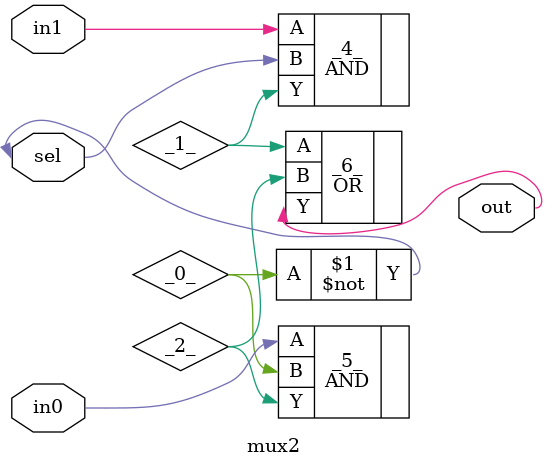
<source format=v>
/* Generated by Yosys 0.41+83 (git sha1 7045cf509, x86_64-w64-mingw32-g++ 13.2.1 -Os) */

/* cells_not_processed =  1  */
/* src = "mux2.v:2.1-7.10" */
module mux2(in0, in1, sel, out);
  wire _0_;
  wire _1_;
  wire _2_;
  /* src = "mux2.v:2.20-2.23" */
  input in0;
  wire in0;
  /* src = "mux2.v:2.25-2.28" */
  input in1;
  wire in1;
  /* src = "mux2.v:3.28-3.31" */
  output out;
  wire out;
  /* src = "mux2.v:2.30-2.33" */
  input sel;
  wire sel;
  not _3_ (
    .A(sel),
    .Y(_0_)
  );
  AND _4_ (
    .A(in1),
    .B(sel),
    .Y(_1_)
  );
  AND _5_ (
    .A(in0),
    .B(_0_),
    .Y(_2_)
  );
  OR _6_ (
    .A(_1_),
    .B(_2_),
    .Y(out)
  );
endmodule

</source>
